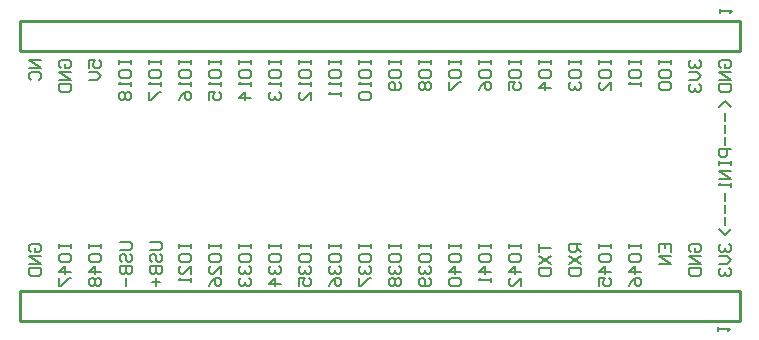
<source format=gbo>
G04*
G04 #@! TF.GenerationSoftware,Altium Limited,Altium Designer,24.9.1 (31)*
G04*
G04 Layer_Color=32896*
%FSLAX44Y44*%
%MOMM*%
G71*
G04*
G04 #@! TF.SameCoordinates,318047C4-B972-4631-9CD3-40AE8DFBCC20*
G04*
G04*
G04 #@! TF.FilePolarity,Positive*
G04*
G01*
G75*
%ADD12C,0.1524*%
%ADD13C,0.2540*%
D12*
X186439Y67056D02*
X194903D01*
X196596Y65363D01*
Y61978D01*
X194903Y60285D01*
X186439D01*
X188132Y50128D02*
X186439Y51821D01*
Y55206D01*
X188132Y56899D01*
X189825D01*
X191518Y55206D01*
Y51821D01*
X193210Y50128D01*
X194903D01*
X196596Y51821D01*
Y55206D01*
X194903Y56899D01*
X186439Y46743D02*
X196596D01*
Y41664D01*
X194903Y39971D01*
X193210D01*
X191518Y41664D01*
Y46743D01*
Y41664D01*
X189825Y39971D01*
X188132D01*
X186439Y41664D01*
Y46743D01*
X191518Y36586D02*
Y29815D01*
X188132Y33200D02*
X194903D01*
X161039Y67056D02*
X169503D01*
X171196Y65363D01*
Y61978D01*
X169503Y60285D01*
X161039D01*
X162732Y50128D02*
X161039Y51821D01*
Y55206D01*
X162732Y56899D01*
X164425D01*
X166118Y55206D01*
Y51821D01*
X167810Y50128D01*
X169503D01*
X171196Y51821D01*
Y55206D01*
X169503Y56899D01*
X161039Y46743D02*
X171196D01*
Y41664D01*
X169503Y39971D01*
X167810D01*
X166118Y41664D01*
Y46743D01*
Y41664D01*
X164425Y39971D01*
X162732D01*
X161039Y41664D01*
Y46743D01*
X166118Y36586D02*
Y29815D01*
X669716Y213955D02*
X668023Y215648D01*
Y219033D01*
X669716Y220726D01*
X676487D01*
X678180Y219033D01*
Y215648D01*
X676487Y213955D01*
X673102D01*
Y217340D01*
X678180Y210569D02*
X668023D01*
X678180Y203798D01*
X668023D01*
Y200413D02*
X678180D01*
Y195334D01*
X676487Y193641D01*
X669716D01*
X668023Y195334D01*
Y200413D01*
X439423Y220726D02*
Y217340D01*
Y219033D01*
X449580D01*
Y220726D01*
Y217340D01*
X439423Y207184D02*
Y210569D01*
X441116Y212262D01*
X447887D01*
X449580Y210569D01*
Y207184D01*
X447887Y205491D01*
X441116D01*
X439423Y207184D01*
Y202105D02*
Y195334D01*
X441116D01*
X447887Y202105D01*
X449580D01*
X464823Y220726D02*
Y217340D01*
Y219033D01*
X474980D01*
Y220726D01*
Y217340D01*
X464823Y207184D02*
Y210569D01*
X466516Y212262D01*
X473287D01*
X474980Y210569D01*
Y207184D01*
X473287Y205491D01*
X466516D01*
X464823Y207184D01*
Y195334D02*
X466516Y198720D01*
X469902Y202105D01*
X473287D01*
X474980Y200413D01*
Y197027D01*
X473287Y195334D01*
X471594D01*
X469902Y197027D01*
Y202105D01*
X490223Y220726D02*
Y217340D01*
Y219033D01*
X500380D01*
Y220726D01*
Y217340D01*
X490223Y207184D02*
Y210569D01*
X491916Y212262D01*
X498687D01*
X500380Y210569D01*
Y207184D01*
X498687Y205491D01*
X491916D01*
X490223Y207184D01*
Y195334D02*
Y202105D01*
X495302D01*
X493609Y198720D01*
Y197027D01*
X495302Y195334D01*
X498687D01*
X500380Y197027D01*
Y200413D01*
X498687Y202105D01*
X312423Y220726D02*
Y217340D01*
Y219033D01*
X322580D01*
Y220726D01*
Y217340D01*
X312423Y207184D02*
Y210569D01*
X314116Y212262D01*
X320887D01*
X322580Y210569D01*
Y207184D01*
X320887Y205491D01*
X314116D01*
X312423Y207184D01*
X322580Y202105D02*
Y198720D01*
Y200413D01*
X312423D01*
X314116Y202105D01*
X322580Y186870D02*
Y193641D01*
X315809Y186870D01*
X314116D01*
X312423Y188563D01*
Y191949D01*
X314116Y193641D01*
X337823Y220726D02*
Y217340D01*
Y219033D01*
X347980D01*
Y220726D01*
Y217340D01*
X337823Y207184D02*
Y210569D01*
X339516Y212262D01*
X346287D01*
X347980Y210569D01*
Y207184D01*
X346287Y205491D01*
X339516D01*
X337823Y207184D01*
X347980Y202105D02*
Y198720D01*
Y200413D01*
X337823D01*
X339516Y202105D01*
X347980Y193641D02*
Y190256D01*
Y191949D01*
X337823D01*
X339516Y193641D01*
X363223Y220726D02*
Y217340D01*
Y219033D01*
X373380D01*
Y220726D01*
Y217340D01*
X363223Y207184D02*
Y210569D01*
X364916Y212262D01*
X371687D01*
X373380Y210569D01*
Y207184D01*
X371687Y205491D01*
X364916D01*
X363223Y207184D01*
X373380Y202105D02*
Y198720D01*
Y200413D01*
X363223D01*
X364916Y202105D01*
Y193641D02*
X363223Y191949D01*
Y188563D01*
X364916Y186870D01*
X371687D01*
X373380Y188563D01*
Y191949D01*
X371687Y193641D01*
X364916D01*
X388623Y220726D02*
Y217340D01*
Y219033D01*
X398780D01*
Y220726D01*
Y217340D01*
X388623Y207184D02*
Y210569D01*
X390316Y212262D01*
X397087D01*
X398780Y210569D01*
Y207184D01*
X397087Y205491D01*
X390316D01*
X388623Y207184D01*
X397087Y202105D02*
X398780Y200413D01*
Y197027D01*
X397087Y195334D01*
X390316D01*
X388623Y197027D01*
Y200413D01*
X390316Y202105D01*
X392009D01*
X393702Y200413D01*
Y195334D01*
X414023Y220726D02*
Y217340D01*
Y219033D01*
X424180D01*
Y220726D01*
Y217340D01*
X414023Y207184D02*
Y210569D01*
X415716Y212262D01*
X422487D01*
X424180Y210569D01*
Y207184D01*
X422487Y205491D01*
X415716D01*
X414023Y207184D01*
X415716Y202105D02*
X414023Y200413D01*
Y197027D01*
X415716Y195334D01*
X417409D01*
X419102Y197027D01*
X420794Y195334D01*
X422487D01*
X424180Y197027D01*
Y200413D01*
X422487Y202105D01*
X420794D01*
X419102Y200413D01*
X417409Y202105D01*
X415716D01*
X419102Y200413D02*
Y197027D01*
X185423Y220726D02*
Y217340D01*
Y219033D01*
X195580D01*
Y220726D01*
Y217340D01*
X185423Y207184D02*
Y210569D01*
X187116Y212262D01*
X193887D01*
X195580Y210569D01*
Y207184D01*
X193887Y205491D01*
X187116D01*
X185423Y207184D01*
X195580Y202105D02*
Y198720D01*
Y200413D01*
X185423D01*
X187116Y202105D01*
X185423Y193641D02*
Y186870D01*
X187116D01*
X193887Y193641D01*
X195580D01*
X210823Y220726D02*
Y217340D01*
Y219033D01*
X220980D01*
Y220726D01*
Y217340D01*
X210823Y207184D02*
Y210569D01*
X212516Y212262D01*
X219287D01*
X220980Y210569D01*
Y207184D01*
X219287Y205491D01*
X212516D01*
X210823Y207184D01*
X220980Y202105D02*
Y198720D01*
Y200413D01*
X210823D01*
X212516Y202105D01*
X210823Y186870D02*
X212516Y190256D01*
X215902Y193641D01*
X219287D01*
X220980Y191949D01*
Y188563D01*
X219287Y186870D01*
X217594D01*
X215902Y188563D01*
Y193641D01*
X236223Y220726D02*
Y217340D01*
Y219033D01*
X246380D01*
Y220726D01*
Y217340D01*
X236223Y207184D02*
Y210569D01*
X237916Y212262D01*
X244687D01*
X246380Y210569D01*
Y207184D01*
X244687Y205491D01*
X237916D01*
X236223Y207184D01*
X246380Y202105D02*
Y198720D01*
Y200413D01*
X236223D01*
X237916Y202105D01*
X236223Y186870D02*
Y193641D01*
X241302D01*
X239609Y190256D01*
Y188563D01*
X241302Y186870D01*
X244687D01*
X246380Y188563D01*
Y191949D01*
X244687Y193641D01*
X261623Y220726D02*
Y217340D01*
Y219033D01*
X271780D01*
Y220726D01*
Y217340D01*
X261623Y207184D02*
Y210569D01*
X263316Y212262D01*
X270087D01*
X271780Y210569D01*
Y207184D01*
X270087Y205491D01*
X263316D01*
X261623Y207184D01*
X271780Y202105D02*
Y198720D01*
Y200413D01*
X261623D01*
X263316Y202105D01*
X271780Y188563D02*
X261623D01*
X266702Y193641D01*
Y186870D01*
X287023Y220726D02*
Y217340D01*
Y219033D01*
X297180D01*
Y220726D01*
Y217340D01*
X287023Y207184D02*
Y210569D01*
X288716Y212262D01*
X295487D01*
X297180Y210569D01*
Y207184D01*
X295487Y205491D01*
X288716D01*
X287023Y207184D01*
X297180Y202105D02*
Y198720D01*
Y200413D01*
X287023D01*
X288716Y202105D01*
Y193641D02*
X287023Y191949D01*
Y188563D01*
X288716Y186870D01*
X290409D01*
X292102Y188563D01*
Y190256D01*
Y188563D01*
X293794Y186870D01*
X295487D01*
X297180Y188563D01*
Y191949D01*
X295487Y193641D01*
X93980Y220726D02*
X83823D01*
X93980Y213955D01*
X83823D01*
X85516Y203798D02*
X83823Y205491D01*
Y208876D01*
X85516Y210569D01*
X92287D01*
X93980Y208876D01*
Y205491D01*
X92287Y203798D01*
X110916Y213955D02*
X109223Y215648D01*
Y219033D01*
X110916Y220726D01*
X117687D01*
X119380Y219033D01*
Y215648D01*
X117687Y213955D01*
X114302D01*
Y217340D01*
X119380Y210569D02*
X109223D01*
X119380Y203798D01*
X109223D01*
Y200413D02*
X119380D01*
Y195334D01*
X117687Y193641D01*
X110916D01*
X109223Y195334D01*
Y200413D01*
X134623Y213955D02*
Y220726D01*
X139702D01*
X138009Y217340D01*
Y215648D01*
X139702Y213955D01*
X143087D01*
X144780Y215648D01*
Y219033D01*
X143087Y220726D01*
X134623Y210569D02*
X141394D01*
X144780Y207184D01*
X141394Y203798D01*
X134623D01*
X160023Y220726D02*
Y217340D01*
Y219033D01*
X170180D01*
Y220726D01*
Y217340D01*
X160023Y207184D02*
Y210569D01*
X161716Y212262D01*
X168487D01*
X170180Y210569D01*
Y207184D01*
X168487Y205491D01*
X161716D01*
X160023Y207184D01*
X170180Y202105D02*
Y198720D01*
Y200413D01*
X160023D01*
X161716Y202105D01*
Y193641D02*
X160023Y191949D01*
Y188563D01*
X161716Y186870D01*
X163409D01*
X165102Y188563D01*
X166794Y186870D01*
X168487D01*
X170180Y188563D01*
Y191949D01*
X168487Y193641D01*
X166794D01*
X165102Y191949D01*
X163409Y193641D01*
X161716D01*
X165102Y191949D02*
Y188563D01*
X515623Y220726D02*
Y217340D01*
Y219033D01*
X525780D01*
Y220726D01*
Y217340D01*
X515623Y207184D02*
Y210569D01*
X517316Y212262D01*
X524087D01*
X525780Y210569D01*
Y207184D01*
X524087Y205491D01*
X517316D01*
X515623Y207184D01*
X525780Y197027D02*
X515623D01*
X520702Y202105D01*
Y195334D01*
X541023Y220726D02*
Y217340D01*
Y219033D01*
X551180D01*
Y220726D01*
Y217340D01*
X541023Y207184D02*
Y210569D01*
X542716Y212262D01*
X549487D01*
X551180Y210569D01*
Y207184D01*
X549487Y205491D01*
X542716D01*
X541023Y207184D01*
X542716Y202105D02*
X541023Y200413D01*
Y197027D01*
X542716Y195334D01*
X544409D01*
X546102Y197027D01*
Y198720D01*
Y197027D01*
X547794Y195334D01*
X549487D01*
X551180Y197027D01*
Y200413D01*
X549487Y202105D01*
X566423Y220726D02*
Y217340D01*
Y219033D01*
X576580D01*
Y220726D01*
Y217340D01*
X566423Y207184D02*
Y210569D01*
X568116Y212262D01*
X574887D01*
X576580Y210569D01*
Y207184D01*
X574887Y205491D01*
X568116D01*
X566423Y207184D01*
X576580Y195334D02*
Y202105D01*
X569809Y195334D01*
X568116D01*
X566423Y197027D01*
Y200413D01*
X568116Y202105D01*
X591823Y220726D02*
Y217340D01*
Y219033D01*
X601980D01*
Y220726D01*
Y217340D01*
X591823Y207184D02*
Y210569D01*
X593516Y212262D01*
X600287D01*
X601980Y210569D01*
Y207184D01*
X600287Y205491D01*
X593516D01*
X591823Y207184D01*
X601980Y202105D02*
Y198720D01*
Y200413D01*
X591823D01*
X593516Y202105D01*
X617223Y220726D02*
Y217340D01*
Y219033D01*
X627380D01*
Y220726D01*
Y217340D01*
X617223Y207184D02*
Y210569D01*
X618916Y212262D01*
X625687D01*
X627380Y210569D01*
Y207184D01*
X625687Y205491D01*
X618916D01*
X617223Y207184D01*
X618916Y202105D02*
X617223Y200413D01*
Y197027D01*
X618916Y195334D01*
X625687D01*
X627380Y197027D01*
Y200413D01*
X625687Y202105D01*
X618916D01*
X644316Y220726D02*
X642623Y219033D01*
Y215648D01*
X644316Y213955D01*
X646009D01*
X647702Y215648D01*
Y217340D01*
Y215648D01*
X649394Y213955D01*
X651087D01*
X652780Y215648D01*
Y219033D01*
X651087Y220726D01*
X642623Y210569D02*
X649394D01*
X652780Y207184D01*
X649394Y203798D01*
X642623D01*
X644316Y200413D02*
X642623Y198720D01*
Y195334D01*
X644316Y193641D01*
X646009D01*
X647702Y195334D01*
Y197027D01*
Y195334D01*
X649394Y193641D01*
X651087D01*
X652780Y195334D01*
Y198720D01*
X651087Y200413D01*
X591823Y64770D02*
Y61384D01*
Y63077D01*
X601980D01*
Y64770D01*
Y61384D01*
X591823Y51228D02*
Y54613D01*
X593516Y56306D01*
X600287D01*
X601980Y54613D01*
Y51228D01*
X600287Y49535D01*
X593516D01*
X591823Y51228D01*
X601980Y41071D02*
X591823D01*
X596902Y46149D01*
Y39378D01*
X591823Y29221D02*
X593516Y32607D01*
X596902Y35993D01*
X600287D01*
X601980Y34300D01*
Y30914D01*
X600287Y29221D01*
X598594D01*
X596902Y30914D01*
Y35993D01*
X617223Y57999D02*
Y64770D01*
X627380D01*
Y57999D01*
X622302Y64770D02*
Y61384D01*
X627380Y54613D02*
X617223D01*
X627380Y47842D01*
X617223D01*
X644316Y57999D02*
X642623Y59692D01*
Y63077D01*
X644316Y64770D01*
X651087D01*
X652780Y63077D01*
Y59692D01*
X651087Y57999D01*
X647702D01*
Y61384D01*
X652780Y54613D02*
X642623D01*
X652780Y47842D01*
X642623D01*
Y44457D02*
X652780D01*
Y39378D01*
X651087Y37685D01*
X644316D01*
X642623Y39378D01*
Y44457D01*
X669716Y64770D02*
X668023Y63077D01*
Y59692D01*
X669716Y57999D01*
X671409D01*
X673102Y59692D01*
Y61384D01*
Y59692D01*
X674794Y57999D01*
X676487D01*
X678180Y59692D01*
Y63077D01*
X676487Y64770D01*
X668023Y54613D02*
X674794D01*
X678180Y51228D01*
X674794Y47842D01*
X668023D01*
X669716Y44457D02*
X668023Y42764D01*
Y39378D01*
X669716Y37685D01*
X671409D01*
X673102Y39378D01*
Y41071D01*
Y39378D01*
X674794Y37685D01*
X676487D01*
X678180Y39378D01*
Y42764D01*
X676487Y44457D01*
X566423Y64770D02*
Y61384D01*
Y63077D01*
X576580D01*
Y64770D01*
Y61384D01*
X566423Y51228D02*
Y54613D01*
X568116Y56306D01*
X574887D01*
X576580Y54613D01*
Y51228D01*
X574887Y49535D01*
X568116D01*
X566423Y51228D01*
X576580Y41071D02*
X566423D01*
X571502Y46149D01*
Y39378D01*
X566423Y29221D02*
Y35993D01*
X571502D01*
X569809Y32607D01*
Y30914D01*
X571502Y29221D01*
X574887D01*
X576580Y30914D01*
Y34300D01*
X574887Y35993D01*
X439423Y64770D02*
Y61384D01*
Y63077D01*
X449580D01*
Y64770D01*
Y61384D01*
X439423Y51228D02*
Y54613D01*
X441116Y56306D01*
X447887D01*
X449580Y54613D01*
Y51228D01*
X447887Y49535D01*
X441116D01*
X439423Y51228D01*
X449580Y41071D02*
X439423D01*
X444502Y46149D01*
Y39378D01*
X441116Y35993D02*
X439423Y34300D01*
Y30914D01*
X441116Y29221D01*
X447887D01*
X449580Y30914D01*
Y34300D01*
X447887Y35993D01*
X441116D01*
X551180Y64770D02*
X541023D01*
Y59692D01*
X542716Y57999D01*
X546102D01*
X547794Y59692D01*
Y64770D01*
Y61384D02*
X551180Y57999D01*
X541023Y54613D02*
X551180Y47842D01*
X541023D02*
X551180Y54613D01*
X541023Y44457D02*
X551180D01*
Y39378D01*
X549487Y37685D01*
X542716D01*
X541023Y39378D01*
Y44457D01*
X515623Y64770D02*
Y57999D01*
Y61384D01*
X525780D01*
X515623Y54613D02*
X525780Y47842D01*
X515623D02*
X525780Y54613D01*
X515623Y44457D02*
X525780D01*
Y39378D01*
X524087Y37685D01*
X517316D01*
X515623Y39378D01*
Y44457D01*
X490223Y64770D02*
Y61384D01*
Y63077D01*
X500380D01*
Y64770D01*
Y61384D01*
X490223Y51228D02*
Y54613D01*
X491916Y56306D01*
X498687D01*
X500380Y54613D01*
Y51228D01*
X498687Y49535D01*
X491916D01*
X490223Y51228D01*
X500380Y41071D02*
X490223D01*
X495302Y46149D01*
Y39378D01*
X500380Y29221D02*
Y35993D01*
X493609Y29221D01*
X491916D01*
X490223Y30914D01*
Y34300D01*
X491916Y35993D01*
X464823Y64770D02*
Y61384D01*
Y63077D01*
X474980D01*
Y64770D01*
Y61384D01*
X464823Y51228D02*
Y54613D01*
X466516Y56306D01*
X473287D01*
X474980Y54613D01*
Y51228D01*
X473287Y49535D01*
X466516D01*
X464823Y51228D01*
X474980Y41071D02*
X464823D01*
X469902Y46149D01*
Y39378D01*
X474980Y35993D02*
Y32607D01*
Y34300D01*
X464823D01*
X466516Y35993D01*
X312423Y64770D02*
Y61384D01*
Y63077D01*
X322580D01*
Y64770D01*
Y61384D01*
X312423Y51228D02*
Y54613D01*
X314116Y56306D01*
X320887D01*
X322580Y54613D01*
Y51228D01*
X320887Y49535D01*
X314116D01*
X312423Y51228D01*
X314116Y46149D02*
X312423Y44457D01*
Y41071D01*
X314116Y39378D01*
X315809D01*
X317502Y41071D01*
Y42764D01*
Y41071D01*
X319194Y39378D01*
X320887D01*
X322580Y41071D01*
Y44457D01*
X320887Y46149D01*
X312423Y29221D02*
Y35993D01*
X317502D01*
X315809Y32607D01*
Y30914D01*
X317502Y29221D01*
X320887D01*
X322580Y30914D01*
Y34300D01*
X320887Y35993D01*
X414023Y64770D02*
Y61384D01*
Y63077D01*
X424180D01*
Y64770D01*
Y61384D01*
X414023Y51228D02*
Y54613D01*
X415716Y56306D01*
X422487D01*
X424180Y54613D01*
Y51228D01*
X422487Y49535D01*
X415716D01*
X414023Y51228D01*
X415716Y46149D02*
X414023Y44457D01*
Y41071D01*
X415716Y39378D01*
X417409D01*
X419102Y41071D01*
Y42764D01*
Y41071D01*
X420794Y39378D01*
X422487D01*
X424180Y41071D01*
Y44457D01*
X422487Y46149D01*
Y35993D02*
X424180Y34300D01*
Y30914D01*
X422487Y29221D01*
X415716D01*
X414023Y30914D01*
Y34300D01*
X415716Y35993D01*
X417409D01*
X419102Y34300D01*
Y29221D01*
X388623Y64770D02*
Y61384D01*
Y63077D01*
X398780D01*
Y64770D01*
Y61384D01*
X388623Y51228D02*
Y54613D01*
X390316Y56306D01*
X397087D01*
X398780Y54613D01*
Y51228D01*
X397087Y49535D01*
X390316D01*
X388623Y51228D01*
X390316Y46149D02*
X388623Y44457D01*
Y41071D01*
X390316Y39378D01*
X392009D01*
X393702Y41071D01*
Y42764D01*
Y41071D01*
X395394Y39378D01*
X397087D01*
X398780Y41071D01*
Y44457D01*
X397087Y46149D01*
X390316Y35993D02*
X388623Y34300D01*
Y30914D01*
X390316Y29221D01*
X392009D01*
X393702Y30914D01*
X395394Y29221D01*
X397087D01*
X398780Y30914D01*
Y34300D01*
X397087Y35993D01*
X395394D01*
X393702Y34300D01*
X392009Y35993D01*
X390316D01*
X393702Y34300D02*
Y30914D01*
X363223Y64770D02*
Y61384D01*
Y63077D01*
X373380D01*
Y64770D01*
Y61384D01*
X363223Y51228D02*
Y54613D01*
X364916Y56306D01*
X371687D01*
X373380Y54613D01*
Y51228D01*
X371687Y49535D01*
X364916D01*
X363223Y51228D01*
X364916Y46149D02*
X363223Y44457D01*
Y41071D01*
X364916Y39378D01*
X366609D01*
X368302Y41071D01*
Y42764D01*
Y41071D01*
X369994Y39378D01*
X371687D01*
X373380Y41071D01*
Y44457D01*
X371687Y46149D01*
X363223Y35993D02*
Y29221D01*
X364916D01*
X371687Y35993D01*
X373380D01*
X337823Y64770D02*
Y61384D01*
Y63077D01*
X347980D01*
Y64770D01*
Y61384D01*
X337823Y51228D02*
Y54613D01*
X339516Y56306D01*
X346287D01*
X347980Y54613D01*
Y51228D01*
X346287Y49535D01*
X339516D01*
X337823Y51228D01*
X339516Y46149D02*
X337823Y44457D01*
Y41071D01*
X339516Y39378D01*
X341209D01*
X342902Y41071D01*
Y42764D01*
Y41071D01*
X344594Y39378D01*
X346287D01*
X347980Y41071D01*
Y44457D01*
X346287Y46149D01*
X337823Y29221D02*
X339516Y32607D01*
X342902Y35993D01*
X346287D01*
X347980Y34300D01*
Y30914D01*
X346287Y29221D01*
X344594D01*
X342902Y30914D01*
Y35993D01*
X287023Y64770D02*
Y61384D01*
Y63077D01*
X297180D01*
Y64770D01*
Y61384D01*
X287023Y51228D02*
Y54613D01*
X288716Y56306D01*
X295487D01*
X297180Y54613D01*
Y51228D01*
X295487Y49535D01*
X288716D01*
X287023Y51228D01*
X288716Y46149D02*
X287023Y44457D01*
Y41071D01*
X288716Y39378D01*
X290409D01*
X292102Y41071D01*
Y42764D01*
Y41071D01*
X293794Y39378D01*
X295487D01*
X297180Y41071D01*
Y44457D01*
X295487Y46149D01*
X297180Y30914D02*
X287023D01*
X292102Y35993D01*
Y29221D01*
X261623Y64770D02*
Y61384D01*
Y63077D01*
X271780D01*
Y64770D01*
Y61384D01*
X261623Y51228D02*
Y54613D01*
X263316Y56306D01*
X270087D01*
X271780Y54613D01*
Y51228D01*
X270087Y49535D01*
X263316D01*
X261623Y51228D01*
X263316Y46149D02*
X261623Y44457D01*
Y41071D01*
X263316Y39378D01*
X265009D01*
X266702Y41071D01*
Y42764D01*
Y41071D01*
X268394Y39378D01*
X270087D01*
X271780Y41071D01*
Y44457D01*
X270087Y46149D01*
X263316Y35993D02*
X261623Y34300D01*
Y30914D01*
X263316Y29221D01*
X265009D01*
X266702Y30914D01*
Y32607D01*
Y30914D01*
X268394Y29221D01*
X270087D01*
X271780Y30914D01*
Y34300D01*
X270087Y35993D01*
X236223Y64770D02*
Y61384D01*
Y63077D01*
X246380D01*
Y64770D01*
Y61384D01*
X236223Y51228D02*
Y54613D01*
X237916Y56306D01*
X244687D01*
X246380Y54613D01*
Y51228D01*
X244687Y49535D01*
X237916D01*
X236223Y51228D01*
X246380Y39378D02*
Y46149D01*
X239609Y39378D01*
X237916D01*
X236223Y41071D01*
Y44457D01*
X237916Y46149D01*
X236223Y29221D02*
X237916Y32607D01*
X241302Y35993D01*
X244687D01*
X246380Y34300D01*
Y30914D01*
X244687Y29221D01*
X242994D01*
X241302Y30914D01*
Y35993D01*
X210823Y64770D02*
Y61384D01*
Y63077D01*
X220980D01*
Y64770D01*
Y61384D01*
X210823Y51228D02*
Y54613D01*
X212516Y56306D01*
X219287D01*
X220980Y54613D01*
Y51228D01*
X219287Y49535D01*
X212516D01*
X210823Y51228D01*
X220980Y39378D02*
Y46149D01*
X214209Y39378D01*
X212516D01*
X210823Y41071D01*
Y44457D01*
X212516Y46149D01*
X220980Y35993D02*
Y32607D01*
Y34300D01*
X210823D01*
X212516Y35993D01*
X134623Y64770D02*
Y61384D01*
Y63077D01*
X144780D01*
Y64770D01*
Y61384D01*
X134623Y51228D02*
Y54613D01*
X136316Y56306D01*
X143087D01*
X144780Y54613D01*
Y51228D01*
X143087Y49535D01*
X136316D01*
X134623Y51228D01*
X144780Y41071D02*
X134623D01*
X139702Y46149D01*
Y39378D01*
X136316Y35993D02*
X134623Y34300D01*
Y30914D01*
X136316Y29221D01*
X138009D01*
X139702Y30914D01*
X141394Y29221D01*
X143087D01*
X144780Y30914D01*
Y34300D01*
X143087Y35993D01*
X141394D01*
X139702Y34300D01*
X138009Y35993D01*
X136316D01*
X139702Y34300D02*
Y30914D01*
X109223Y64770D02*
Y61384D01*
Y63077D01*
X119380D01*
Y64770D01*
Y61384D01*
X109223Y51228D02*
Y54613D01*
X110916Y56306D01*
X117687D01*
X119380Y54613D01*
Y51228D01*
X117687Y49535D01*
X110916D01*
X109223Y51228D01*
X119380Y41071D02*
X109223D01*
X114302Y46149D01*
Y39378D01*
X109223Y35993D02*
Y29221D01*
X110916D01*
X117687Y35993D01*
X119380D01*
X85516Y57999D02*
X83823Y59692D01*
Y63077D01*
X85516Y64770D01*
X92287D01*
X93980Y63077D01*
Y59692D01*
X92287Y57999D01*
X88902D01*
Y61384D01*
X93980Y54613D02*
X83823D01*
X93980Y47842D01*
X83823D01*
Y44457D02*
X93980D01*
Y39378D01*
X92287Y37685D01*
X85516D01*
X83823Y39378D01*
Y44457D01*
X678180Y180850D02*
X673102Y185928D01*
X668023Y180850D01*
X673102Y175771D02*
Y169000D01*
Y165615D02*
Y158843D01*
Y155458D02*
Y148687D01*
X678180Y145301D02*
X668023D01*
Y140223D01*
X669716Y138530D01*
X673102D01*
X674794Y140223D01*
Y145301D01*
X668023Y135144D02*
Y131759D01*
Y133452D01*
X678180D01*
Y135144D01*
Y131759D01*
Y126680D02*
X668023D01*
X678180Y119909D01*
X668023D01*
X678180Y116524D02*
Y113138D01*
Y114831D01*
X668023D01*
X669716Y116524D01*
X673102Y108060D02*
Y101289D01*
Y97903D02*
Y91132D01*
Y87746D02*
Y80975D01*
X678180Y77590D02*
X673102Y72511D01*
X668023Y77590D01*
X667259Y-8636D02*
Y-5250D01*
Y-6943D01*
X677415D01*
X675722Y-8636D01*
X669544Y260604D02*
Y263990D01*
Y262297D01*
X679701D01*
X678008Y260604D01*
D13*
X76200Y0D02*
X685800D01*
X76200D02*
Y25400D01*
X685800D01*
Y0D02*
Y25400D01*
X76200Y228600D02*
X685800D01*
X76200D02*
Y254000D01*
X685800D01*
Y228600D02*
Y254000D01*
M02*

</source>
